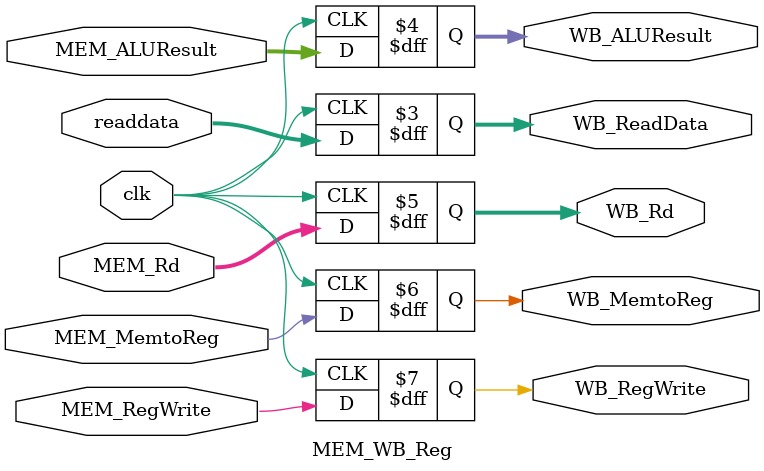
<source format=v>
module MEM_WB_Reg(
    input clk,
    input [63:0] MEM_ALUResult, readdata, 
    input [4:0] MEM_Rd,
    input MEM_MemtoReg,
    input MEM_RegWrite,
    output reg [63:0] WB_ReadData, WB_ALUResult,
    output reg [4:0] WB_Rd,
    output reg WB_MemtoReg,
    output reg WB_RegWrite
);

    // Initialize all registers to 0
    initial begin
        WB_ReadData = 0;
        WB_ALUResult = 0;
        WB_Rd = 0;
        WB_MemtoReg = 0;
        WB_RegWrite = 0;
    end

    always @(posedge clk) begin
        WB_ReadData <= readdata;
        WB_ALUResult <= MEM_ALUResult;
        WB_Rd <= MEM_Rd;
        WB_MemtoReg <= MEM_MemtoReg;
        WB_RegWrite <= MEM_RegWrite;
    end
endmodule

</source>
